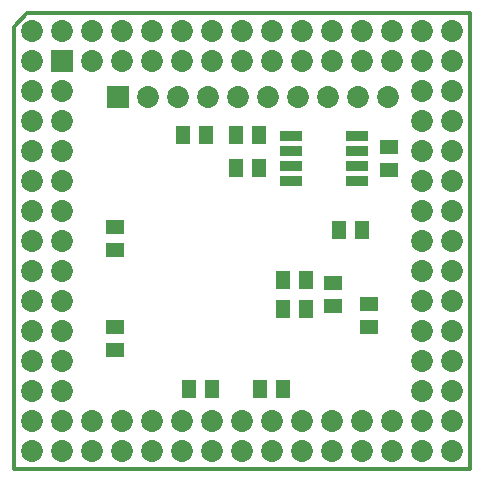
<source format=gbs>
G04 Layer_Color=16711935*
%FSLAX44Y44*%
%MOMM*%
G71*
G01*
G75*
%ADD14C,0.3500*%
%ADD28C,1.8542*%
%ADD29R,1.8542X1.8542*%
%ADD30R,1.2032X1.5032*%
%ADD31R,1.5032X1.2032*%
%ADD32R,1.9532X0.8532*%
D14*
X-193040Y181610D02*
X-181610Y193040D01*
X193040D01*
Y-193040D02*
Y193040D01*
X-193040Y-193040D02*
X193040D01*
X-193040D02*
Y181610D01*
D28*
X177800Y-177800D02*
D03*
Y-152400D02*
D03*
Y-127000D02*
D03*
Y-101600D02*
D03*
Y-76200D02*
D03*
Y-50800D02*
D03*
Y-25400D02*
D03*
Y-0D02*
D03*
Y25400D02*
D03*
Y50800D02*
D03*
Y76200D02*
D03*
Y101600D02*
D03*
Y127000D02*
D03*
Y152400D02*
D03*
Y177800D02*
D03*
X152400Y-177800D02*
D03*
Y-127000D02*
D03*
Y-101600D02*
D03*
Y-76200D02*
D03*
Y-50800D02*
D03*
Y-25400D02*
D03*
Y-0D02*
D03*
Y25400D02*
D03*
Y50800D02*
D03*
Y76200D02*
D03*
Y101600D02*
D03*
Y127000D02*
D03*
Y177800D02*
D03*
X127000Y-177800D02*
D03*
Y-152400D02*
D03*
Y152400D02*
D03*
Y177800D02*
D03*
X101600Y-177800D02*
D03*
Y-152400D02*
D03*
Y152400D02*
D03*
Y177800D02*
D03*
X76200Y-177800D02*
D03*
Y-152400D02*
D03*
Y152400D02*
D03*
Y177800D02*
D03*
X50800Y-177800D02*
D03*
Y-152400D02*
D03*
Y152400D02*
D03*
Y177800D02*
D03*
X25400Y-177800D02*
D03*
Y-152400D02*
D03*
Y152400D02*
D03*
Y177800D02*
D03*
X-0Y-177800D02*
D03*
Y-152400D02*
D03*
Y152400D02*
D03*
Y177800D02*
D03*
X-25400Y-177800D02*
D03*
Y-152400D02*
D03*
Y152400D02*
D03*
Y177800D02*
D03*
X-50800Y-177800D02*
D03*
Y-152400D02*
D03*
Y152400D02*
D03*
Y177800D02*
D03*
X-76200Y-177800D02*
D03*
Y-152400D02*
D03*
Y152400D02*
D03*
Y177800D02*
D03*
X-101600Y-177800D02*
D03*
Y-152400D02*
D03*
Y152400D02*
D03*
Y177800D02*
D03*
X-127000Y-177800D02*
D03*
Y-152400D02*
D03*
Y152400D02*
D03*
Y177800D02*
D03*
X-152400Y-177800D02*
D03*
Y-127000D02*
D03*
Y-101600D02*
D03*
Y-76200D02*
D03*
Y-50800D02*
D03*
Y-25400D02*
D03*
Y-0D02*
D03*
Y25400D02*
D03*
Y50800D02*
D03*
Y76200D02*
D03*
Y101600D02*
D03*
Y127000D02*
D03*
Y177800D02*
D03*
X-177800Y-177800D02*
D03*
Y-152400D02*
D03*
Y-127000D02*
D03*
Y-101600D02*
D03*
Y-76200D02*
D03*
Y-50800D02*
D03*
Y-25400D02*
D03*
Y-0D02*
D03*
Y25400D02*
D03*
Y50800D02*
D03*
Y76200D02*
D03*
Y101600D02*
D03*
Y127000D02*
D03*
Y152400D02*
D03*
Y177800D02*
D03*
X-152400Y-152400D02*
D03*
X152400D02*
D03*
Y152400D02*
D03*
X-53500Y122500D02*
D03*
X124300D02*
D03*
X98900D02*
D03*
X73500D02*
D03*
X48100D02*
D03*
X22700D02*
D03*
X-2700D02*
D03*
X-28100D02*
D03*
X-78900D02*
D03*
D29*
X-152400Y152400D02*
D03*
X-104300Y122500D02*
D03*
D30*
X14750Y62500D02*
D03*
X-4750D02*
D03*
X54750Y-57500D02*
D03*
X35250D02*
D03*
X54750Y-32500D02*
D03*
X35250D02*
D03*
X-44750Y-125000D02*
D03*
X-25250D02*
D03*
X15250D02*
D03*
X34750D02*
D03*
X102250Y10000D02*
D03*
X82750D02*
D03*
X-4750Y90000D02*
D03*
X14750D02*
D03*
X-30250D02*
D03*
X-49750D02*
D03*
D31*
X125000Y60250D02*
D03*
Y79750D02*
D03*
X77500Y-35250D02*
D03*
Y-54750D02*
D03*
X-107500Y12250D02*
D03*
Y-7250D02*
D03*
Y-72750D02*
D03*
Y-92250D02*
D03*
X107500Y-72250D02*
D03*
Y-52750D02*
D03*
D32*
X98000Y76350D02*
D03*
Y63650D02*
D03*
Y50950D02*
D03*
X42000Y89050D02*
D03*
Y76350D02*
D03*
Y63650D02*
D03*
Y50950D02*
D03*
X98000Y89050D02*
D03*
M02*

</source>
